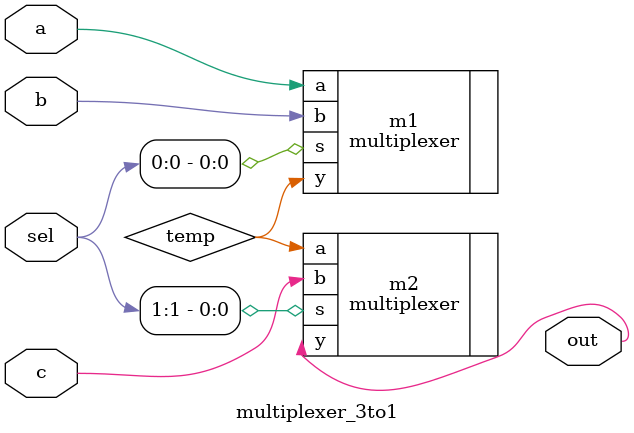
<source format=sv>
module multiplexer_3to1 (a, b, c, out, sel);
	input logic a, b, c;
	input logic [1:0] sel;
	output logic out;
	
	logic temp;
	
	multiplexer m1 (.a, .b, .s(sel[0]), .y(temp));
	multiplexer m2 (.a(temp), .b(c), .s(sel[1]), .y(out));
endmodule 
</source>
